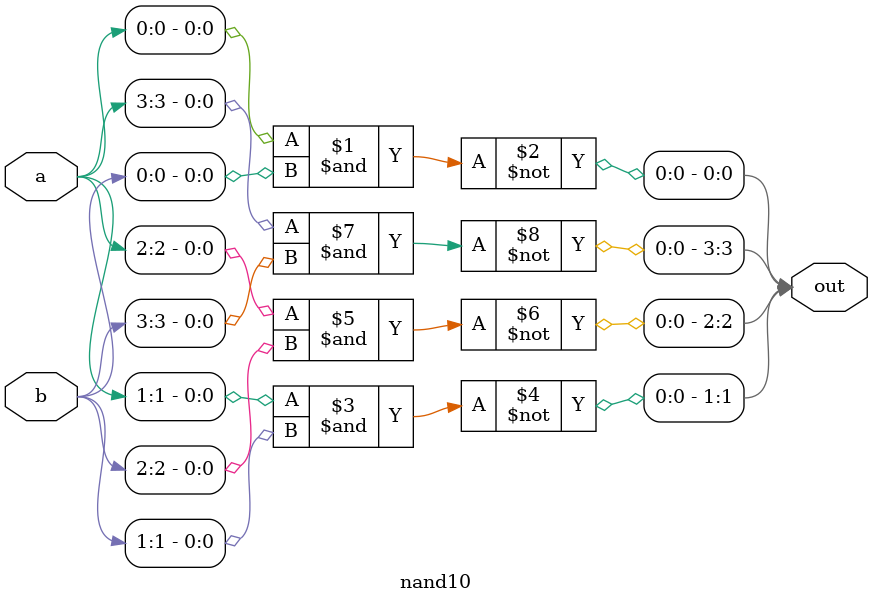
<source format=v>
module nand10 (
    input wire [3:0] a,
    input wire [3:0] b,
    output wire [3:0] out
);

assign out = ( {~(a[3] & b[3]), ~(a[2] & b[2]), ~(a[1] & b[1]), ~(a[0] & b[0])} );

endmodule

</source>
